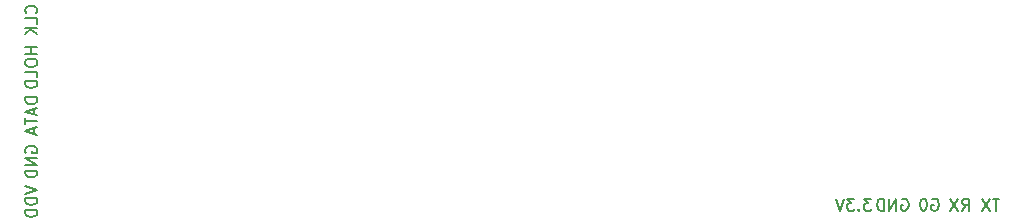
<source format=gbr>
%TF.GenerationSoftware,KiCad,Pcbnew,(5.1.9-0-10_14)*%
%TF.CreationDate,2021-01-02T16:57:57+01:00*%
%TF.ProjectId,diyscip-v2,64697973-6369-4702-9d76-322e6b696361,1.0*%
%TF.SameCoordinates,Original*%
%TF.FileFunction,Legend,Bot*%
%TF.FilePolarity,Positive*%
%FSLAX46Y46*%
G04 Gerber Fmt 4.6, Leading zero omitted, Abs format (unit mm)*
G04 Created by KiCad (PCBNEW (5.1.9-0-10_14)) date 2021-01-02 16:57:57*
%MOMM*%
%LPD*%
G01*
G04 APERTURE LIST*
%ADD10C,0.150000*%
G04 APERTURE END LIST*
D10*
X115784380Y-101028666D02*
X116784380Y-101362000D01*
X115784380Y-101695333D01*
X116784380Y-102028666D02*
X115784380Y-102028666D01*
X115784380Y-102266761D01*
X115832000Y-102409619D01*
X115927238Y-102504857D01*
X116022476Y-102552476D01*
X116212952Y-102600095D01*
X116355809Y-102600095D01*
X116546285Y-102552476D01*
X116641523Y-102504857D01*
X116736761Y-102409619D01*
X116784380Y-102266761D01*
X116784380Y-102028666D01*
X116784380Y-103028666D02*
X115784380Y-103028666D01*
X115784380Y-103266761D01*
X115832000Y-103409619D01*
X115927238Y-103504857D01*
X116022476Y-103552476D01*
X116212952Y-103600095D01*
X116355809Y-103600095D01*
X116546285Y-103552476D01*
X116641523Y-103504857D01*
X116736761Y-103409619D01*
X116784380Y-103266761D01*
X116784380Y-103028666D01*
X116784380Y-89217714D02*
X115784380Y-89217714D01*
X116260571Y-89217714D02*
X116260571Y-89789142D01*
X116784380Y-89789142D02*
X115784380Y-89789142D01*
X115784380Y-90455809D02*
X115784380Y-90646285D01*
X115832000Y-90741523D01*
X115927238Y-90836761D01*
X116117714Y-90884380D01*
X116451047Y-90884380D01*
X116641523Y-90836761D01*
X116736761Y-90741523D01*
X116784380Y-90646285D01*
X116784380Y-90455809D01*
X116736761Y-90360571D01*
X116641523Y-90265333D01*
X116451047Y-90217714D01*
X116117714Y-90217714D01*
X115927238Y-90265333D01*
X115832000Y-90360571D01*
X115784380Y-90455809D01*
X116784380Y-91789142D02*
X116784380Y-91312952D01*
X115784380Y-91312952D01*
X116784380Y-92122476D02*
X115784380Y-92122476D01*
X115784380Y-92360571D01*
X115832000Y-92503428D01*
X115927238Y-92598666D01*
X116022476Y-92646285D01*
X116212952Y-92693904D01*
X116355809Y-92693904D01*
X116546285Y-92646285D01*
X116641523Y-92598666D01*
X116736761Y-92503428D01*
X116784380Y-92360571D01*
X116784380Y-92122476D01*
X116784380Y-93496000D02*
X115784380Y-93496000D01*
X115784380Y-93734095D01*
X115832000Y-93876952D01*
X115927238Y-93972190D01*
X116022476Y-94019809D01*
X116212952Y-94067428D01*
X116355809Y-94067428D01*
X116546285Y-94019809D01*
X116641523Y-93972190D01*
X116736761Y-93876952D01*
X116784380Y-93734095D01*
X116784380Y-93496000D01*
X116498666Y-94448380D02*
X116498666Y-94924571D01*
X116784380Y-94353142D02*
X115784380Y-94686476D01*
X116784380Y-95019809D01*
X115784380Y-95210285D02*
X115784380Y-95781714D01*
X116784380Y-95496000D02*
X115784380Y-95496000D01*
X116498666Y-96067428D02*
X116498666Y-96543619D01*
X116784380Y-95972190D02*
X115784380Y-96305523D01*
X116784380Y-96638857D01*
X115832000Y-98171095D02*
X115784380Y-98075857D01*
X115784380Y-97933000D01*
X115832000Y-97790142D01*
X115927238Y-97694904D01*
X116022476Y-97647285D01*
X116212952Y-97599666D01*
X116355809Y-97599666D01*
X116546285Y-97647285D01*
X116641523Y-97694904D01*
X116736761Y-97790142D01*
X116784380Y-97933000D01*
X116784380Y-98028238D01*
X116736761Y-98171095D01*
X116689142Y-98218714D01*
X116355809Y-98218714D01*
X116355809Y-98028238D01*
X116784380Y-98647285D02*
X115784380Y-98647285D01*
X116784380Y-99218714D01*
X115784380Y-99218714D01*
X116784380Y-99694904D02*
X115784380Y-99694904D01*
X115784380Y-99933000D01*
X115832000Y-100075857D01*
X115927238Y-100171095D01*
X116022476Y-100218714D01*
X116212952Y-100266333D01*
X116355809Y-100266333D01*
X116546285Y-100218714D01*
X116641523Y-100171095D01*
X116736761Y-100075857D01*
X116784380Y-99933000D01*
X116784380Y-99694904D01*
X116689142Y-86336261D02*
X116736761Y-86288642D01*
X116784380Y-86145785D01*
X116784380Y-86050547D01*
X116736761Y-85907690D01*
X116641523Y-85812452D01*
X116546285Y-85764833D01*
X116355809Y-85717214D01*
X116212952Y-85717214D01*
X116022476Y-85764833D01*
X115927238Y-85812452D01*
X115832000Y-85907690D01*
X115784380Y-86050547D01*
X115784380Y-86145785D01*
X115832000Y-86288642D01*
X115879619Y-86336261D01*
X116784380Y-87241023D02*
X116784380Y-86764833D01*
X115784380Y-86764833D01*
X116784380Y-87574357D02*
X115784380Y-87574357D01*
X116784380Y-88145785D02*
X116212952Y-87717214D01*
X115784380Y-88145785D02*
X116355809Y-87574357D01*
X187404190Y-102068380D02*
X186785142Y-102068380D01*
X187118476Y-102449333D01*
X186975619Y-102449333D01*
X186880380Y-102496952D01*
X186832761Y-102544571D01*
X186785142Y-102639809D01*
X186785142Y-102877904D01*
X186832761Y-102973142D01*
X186880380Y-103020761D01*
X186975619Y-103068380D01*
X187261333Y-103068380D01*
X187356571Y-103020761D01*
X187404190Y-102973142D01*
X186356571Y-102973142D02*
X186308952Y-103020761D01*
X186356571Y-103068380D01*
X186404190Y-103020761D01*
X186356571Y-102973142D01*
X186356571Y-103068380D01*
X185975619Y-102068380D02*
X185356571Y-102068380D01*
X185689904Y-102449333D01*
X185547047Y-102449333D01*
X185451809Y-102496952D01*
X185404190Y-102544571D01*
X185356571Y-102639809D01*
X185356571Y-102877904D01*
X185404190Y-102973142D01*
X185451809Y-103020761D01*
X185547047Y-103068380D01*
X185832761Y-103068380D01*
X185928000Y-103020761D01*
X185975619Y-102973142D01*
X185070857Y-102068380D02*
X184737523Y-103068380D01*
X184404190Y-102068380D01*
X189991904Y-102116000D02*
X190087142Y-102068380D01*
X190230000Y-102068380D01*
X190372857Y-102116000D01*
X190468095Y-102211238D01*
X190515714Y-102306476D01*
X190563333Y-102496952D01*
X190563333Y-102639809D01*
X190515714Y-102830285D01*
X190468095Y-102925523D01*
X190372857Y-103020761D01*
X190230000Y-103068380D01*
X190134761Y-103068380D01*
X189991904Y-103020761D01*
X189944285Y-102973142D01*
X189944285Y-102639809D01*
X190134761Y-102639809D01*
X189515714Y-103068380D02*
X189515714Y-102068380D01*
X188944285Y-103068380D01*
X188944285Y-102068380D01*
X188468095Y-103068380D02*
X188468095Y-102068380D01*
X188230000Y-102068380D01*
X188087142Y-102116000D01*
X187991904Y-102211238D01*
X187944285Y-102306476D01*
X187896666Y-102496952D01*
X187896666Y-102639809D01*
X187944285Y-102830285D01*
X187991904Y-102925523D01*
X188087142Y-103020761D01*
X188230000Y-103068380D01*
X188468095Y-103068380D01*
X192555785Y-102116000D02*
X192651023Y-102068380D01*
X192793880Y-102068380D01*
X192936738Y-102116000D01*
X193031976Y-102211238D01*
X193079595Y-102306476D01*
X193127214Y-102496952D01*
X193127214Y-102639809D01*
X193079595Y-102830285D01*
X193031976Y-102925523D01*
X192936738Y-103020761D01*
X192793880Y-103068380D01*
X192698642Y-103068380D01*
X192555785Y-103020761D01*
X192508166Y-102973142D01*
X192508166Y-102639809D01*
X192698642Y-102639809D01*
X191889119Y-102068380D02*
X191793880Y-102068380D01*
X191698642Y-102116000D01*
X191651023Y-102163619D01*
X191603404Y-102258857D01*
X191555785Y-102449333D01*
X191555785Y-102687428D01*
X191603404Y-102877904D01*
X191651023Y-102973142D01*
X191698642Y-103020761D01*
X191793880Y-103068380D01*
X191889119Y-103068380D01*
X191984357Y-103020761D01*
X192031976Y-102973142D01*
X192079595Y-102877904D01*
X192127214Y-102687428D01*
X192127214Y-102449333D01*
X192079595Y-102258857D01*
X192031976Y-102163619D01*
X191984357Y-102116000D01*
X191889119Y-102068380D01*
X195111666Y-103068380D02*
X195445000Y-102592190D01*
X195683095Y-103068380D02*
X195683095Y-102068380D01*
X195302142Y-102068380D01*
X195206904Y-102116000D01*
X195159285Y-102163619D01*
X195111666Y-102258857D01*
X195111666Y-102401714D01*
X195159285Y-102496952D01*
X195206904Y-102544571D01*
X195302142Y-102592190D01*
X195683095Y-102592190D01*
X194778333Y-102068380D02*
X194111666Y-103068380D01*
X194111666Y-102068380D02*
X194778333Y-103068380D01*
X198246904Y-102131880D02*
X197675476Y-102131880D01*
X197961190Y-103131880D02*
X197961190Y-102131880D01*
X197437380Y-102131880D02*
X196770714Y-103131880D01*
X196770714Y-102131880D02*
X197437380Y-103131880D01*
M02*

</source>
